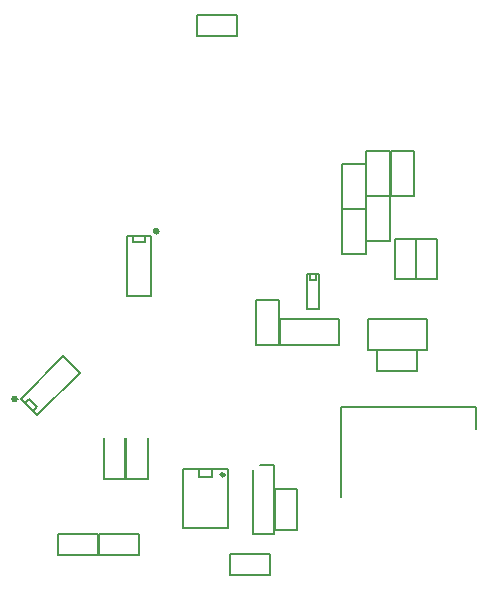
<source format=gbo>
%FSLAX34Y34*%
%MOMM*%
%LNSILK_BOTTOM*%
G71*
G01*
%ADD10C, 0.150*%
%ADD11C, 0.300*%
%ADD12C, 0.200*%
%ADD13C, 0.000*%
%LPD*%
G54D10*
X484194Y-348302D02*
X484194Y-322301D01*
X434194Y-322301D01*
X434194Y-348301D01*
X484194Y-348302D01*
G54D10*
X392971Y-284140D02*
X382272Y-284140D01*
X382271Y-314340D01*
X392971Y-314340D01*
X392971Y-284140D01*
G54D10*
X390172Y-284140D02*
X385071Y-284140D01*
X385071Y-289740D01*
X390171Y-289740D01*
X390172Y-284140D01*
G54D10*
X409620Y-322348D02*
X409620Y-344348D01*
X359620Y-344348D01*
X359620Y-322348D01*
X409620Y-322348D01*
G54D10*
X358900Y-344351D02*
X338900Y-344351D01*
X338900Y-306351D01*
X358900Y-306351D01*
X358900Y-344351D01*
G54D10*
X412221Y-229454D02*
X432221Y-229454D01*
X432221Y-267454D01*
X412221Y-267454D01*
X412221Y-229454D01*
G54D10*
X289617Y-82593D02*
X289617Y-64593D01*
X323617Y-64593D01*
X323617Y-82593D01*
X289617Y-82593D01*
G54D10*
X315850Y-499508D02*
X315850Y-449508D01*
X277850Y-449508D01*
X277850Y-499508D01*
X315850Y-499508D01*
G54D10*
X302350Y-456108D02*
X302349Y-449508D01*
X291350Y-449508D01*
X291350Y-456108D01*
X302350Y-456108D01*
G54D11*
G75*
G01X311846Y-454082D02*
G03X311846Y-454082I-1000J0D01*
G01*
G36*
G75*
G01X311846Y-454082D02*
G03X311846Y-454082I-1000J0D01*
G01*
G37*
X311846Y-454082D01*
G54D10*
X342771Y-446280D02*
X354818Y-446280D01*
X354818Y-480280D01*
G54D10*
X373783Y-500614D02*
X355783Y-500614D01*
X355783Y-466614D01*
X373783Y-466614D01*
X373783Y-500614D01*
G54D10*
X154202Y-403912D02*
X140060Y-389769D01*
X176193Y-353636D01*
X190336Y-367778D01*
X154202Y-403912D01*
G54D10*
X150667Y-400376D02*
X143596Y-393305D01*
X147131Y-389769D01*
X154202Y-396840D01*
X150667Y-400376D01*
G54D10*
X240197Y-522147D02*
X240197Y-504147D01*
X206197Y-504147D01*
X206197Y-522147D01*
X240197Y-522147D01*
G54D10*
X336817Y-450249D02*
X336818Y-480280D01*
G54D10*
X336817Y-470424D02*
X336817Y-504424D01*
X354817Y-504424D01*
X354818Y-470424D01*
G54D12*
X411358Y-472799D02*
X411358Y-396598D01*
G54D12*
X512958Y-396599D02*
X411358Y-396598D01*
G54D12*
X525658Y-396599D02*
X424058Y-396599D01*
G54D12*
X525658Y-415598D02*
X525658Y-402999D01*
G54D12*
X525658Y-409198D02*
X525658Y-396599D01*
G54D10*
X412221Y-190957D02*
X432222Y-190957D01*
X432221Y-228957D01*
X412221Y-228957D01*
X412221Y-190957D01*
G54D10*
X432859Y-218659D02*
X452859Y-218659D01*
X452859Y-256659D01*
X432859Y-256659D01*
X432859Y-218659D01*
G54D10*
X432859Y-180162D02*
X452859Y-180162D01*
X452859Y-218162D01*
X432859Y-218162D01*
X432859Y-180162D01*
G54D10*
X453496Y-180162D02*
X473496Y-180162D01*
X473496Y-218162D01*
X453496Y-218162D01*
X453496Y-180162D01*
G54D10*
X492956Y-288859D02*
X474956Y-288859D01*
X474956Y-254859D01*
X492956Y-254859D01*
X492956Y-288859D01*
G54D10*
X474700Y-288859D02*
X456700Y-288859D01*
X456700Y-254859D01*
X474700Y-254859D01*
X474700Y-288859D01*
G54D10*
X171699Y-504147D02*
X171698Y-522147D01*
X205698Y-522147D01*
X205699Y-504147D01*
X171699Y-504147D01*
G54D10*
X230265Y-252230D02*
X250264Y-252230D01*
X250265Y-303330D01*
X230265Y-303330D01*
X230265Y-252230D01*
G54D10*
X235264Y-252230D02*
X245265Y-252230D01*
X245265Y-257230D01*
X235264Y-257230D01*
X235264Y-252230D01*
G54D10*
X317287Y-539177D02*
X317287Y-521177D01*
X351287Y-521177D01*
X351287Y-539177D01*
X317287Y-539177D01*
G54D13*
G75*
G01X137437Y-390129D02*
G03X137437Y-390129I-2500J0D01*
G01*
G36*
G75*
G01X137437Y-390129D02*
G03X137437Y-390129I-2500J0D01*
G01*
G37*
X137437Y-390129D01*
G54D13*
G75*
G01X257294Y-248048D02*
G03X257294Y-248048I-2500J0D01*
G01*
G36*
G75*
G01X257294Y-248048D02*
G03X257294Y-248048I-2500J0D01*
G01*
G37*
X257294Y-248048D01*
G54D10*
X229675Y-423519D02*
X229675Y-457519D01*
X247675Y-457519D01*
X247675Y-423519D01*
G54D10*
X228625Y-423519D02*
X228625Y-457519D01*
X210625Y-457519D01*
X210625Y-423519D01*
G54D10*
X441953Y-366306D02*
X441953Y-348307D01*
X475953Y-348306D01*
X475953Y-366307D01*
X441953Y-366306D01*
M02*

</source>
